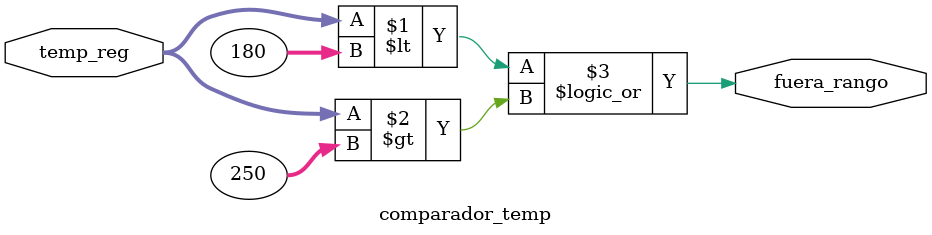
<source format=sv>
`timescale 1ns / 1ps

module comparador_temp(
    input logic signed [10:0] temp_reg,   // temperatura desde obtenida de modulo registro_temp
    output logic fuera_rango             // indicador fuera de rango normal
);

    // Parámetros de rango ya escalado
    parameter TEMP_FRIO = 180;   // 18°C se fija la temperatura como limite maximo para frio
    parameter TEMP_ALTO = 250;   // 25°C se fija la temperatura como limite maximo para alto

    // Comparación de la temperatura
    assign fuera_rango = (temp_reg < TEMP_FRIO) || (temp_reg > TEMP_ALTO); // devuelve si la temperatura registrada esta fuera de lo normal 

endmodule
</source>
